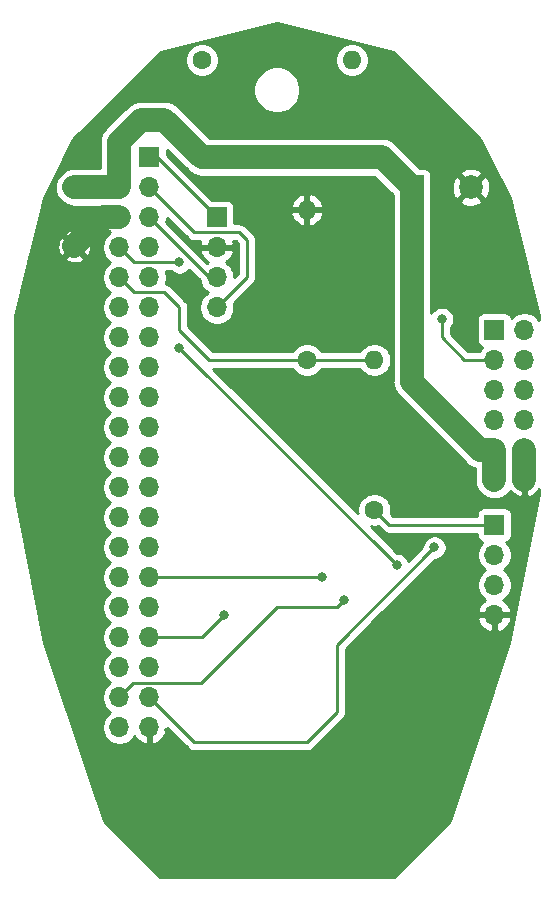
<source format=gbr>
%TF.GenerationSoftware,KiCad,Pcbnew,(5.1.12)-1*%
%TF.CreationDate,2022-06-03T18:51:51+02:00*%
%TF.ProjectId,pypilot-dome,70797069-6c6f-4742-9d64-6f6d652e6b69,rev?*%
%TF.SameCoordinates,Original*%
%TF.FileFunction,Copper,L1,Top*%
%TF.FilePolarity,Positive*%
%FSLAX46Y46*%
G04 Gerber Fmt 4.6, Leading zero omitted, Abs format (unit mm)*
G04 Created by KiCad (PCBNEW (5.1.12)-1) date 2022-06-03 18:51:51*
%MOMM*%
%LPD*%
G01*
G04 APERTURE LIST*
%TA.AperFunction,ComponentPad*%
%ADD10O,1.600000X1.600000*%
%TD*%
%TA.AperFunction,ComponentPad*%
%ADD11C,1.600000*%
%TD*%
%TA.AperFunction,ComponentPad*%
%ADD12O,1.700000X1.700000*%
%TD*%
%TA.AperFunction,ComponentPad*%
%ADD13R,1.700000X1.700000*%
%TD*%
%TA.AperFunction,ComponentPad*%
%ADD14C,2.000000*%
%TD*%
%TA.AperFunction,ComponentPad*%
%ADD15R,2.000000X2.000000*%
%TD*%
%TA.AperFunction,ViaPad*%
%ADD16C,0.800000*%
%TD*%
%TA.AperFunction,Conductor*%
%ADD17C,2.000000*%
%TD*%
%TA.AperFunction,Conductor*%
%ADD18C,0.250000*%
%TD*%
%TA.AperFunction,Conductor*%
%ADD19C,0.254000*%
%TD*%
%TA.AperFunction,Conductor*%
%ADD20C,0.100000*%
%TD*%
G04 APERTURE END LIST*
D10*
%TO.P,R8,2*%
%TO.N,GND*%
X104140000Y-29210000D03*
D11*
%TO.P,R8,1*%
%TO.N,Net-(J10-Pad10)*%
X104140000Y-41910000D03*
%TD*%
D10*
%TO.P,R7,2*%
%TO.N,Net-(J10-Pad10)*%
X109855000Y-41910000D03*
D11*
%TO.P,R7,1*%
%TO.N,Net-(A3-Pad1)*%
X109855000Y-54610000D03*
%TD*%
D12*
%TO.P,J10,40*%
%TO.N,StandBy*%
X88265000Y-73025000D03*
%TO.P,J10,39*%
%TO.N,GND*%
X90805000Y-73025000D03*
%TO.P,J10,38*%
%TO.N,Buzzer*%
X88265000Y-70485000D03*
%TO.P,J10,37*%
%TO.N,AUTO*%
X90805000Y-70485000D03*
%TO.P,J10,36*%
%TO.N,Net-(J10-Pad36)*%
X88265000Y-67945000D03*
%TO.P,J10,35*%
%TO.N,LED*%
X90805000Y-67945000D03*
%TO.P,J10,34*%
%TO.N,Net-(J10-Pad34)*%
X88265000Y-65405000D03*
%TO.P,J10,33*%
%TO.N,+1*%
X90805000Y-65405000D03*
%TO.P,J10,32*%
%TO.N,+10*%
X88265000Y-62865000D03*
%TO.P,J10,31*%
%TO.N,-10*%
X90805000Y-62865000D03*
%TO.P,J10,30*%
%TO.N,Net-(J10-Pad30)*%
X88265000Y-60325000D03*
%TO.P,J10,29*%
%TO.N,-1*%
X90805000Y-60325000D03*
%TO.P,J10,28*%
%TO.N,Net-(J10-Pad28)*%
X88265000Y-57785000D03*
%TO.P,J10,27*%
%TO.N,Net-(J10-Pad27)*%
X90805000Y-57785000D03*
%TO.P,J10,26*%
%TO.N,Net-(J10-Pad26)*%
X88265000Y-55245000D03*
%TO.P,J10,25*%
%TO.N,Net-(J10-Pad25)*%
X90805000Y-55245000D03*
%TO.P,J10,24*%
%TO.N,Net-(J10-Pad24)*%
X88265000Y-52705000D03*
%TO.P,J10,23*%
%TO.N,Net-(J10-Pad23)*%
X90805000Y-52705000D03*
%TO.P,J10,22*%
%TO.N,Net-(J10-Pad22)*%
X88265000Y-50165000D03*
%TO.P,J10,21*%
%TO.N,Net-(J10-Pad21)*%
X90805000Y-50165000D03*
%TO.P,J10,20*%
%TO.N,Net-(J10-Pad20)*%
X88265000Y-47625000D03*
%TO.P,J10,19*%
%TO.N,Net-(J10-Pad19)*%
X90805000Y-47625000D03*
%TO.P,J10,18*%
%TO.N,Net-(J10-Pad18)*%
X88265000Y-45085000D03*
%TO.P,J10,17*%
%TO.N,Net-(J10-Pad17)*%
X90805000Y-45085000D03*
%TO.P,J10,16*%
%TO.N,Net-(J10-Pad16)*%
X88265000Y-42545000D03*
%TO.P,J10,15*%
%TO.N,Net-(J10-Pad15)*%
X90805000Y-42545000D03*
%TO.P,J10,14*%
%TO.N,Net-(J10-Pad14)*%
X88265000Y-40005000D03*
%TO.P,J10,13*%
%TO.N,Net-(J10-Pad13)*%
X90805000Y-40005000D03*
%TO.P,J10,12*%
%TO.N,Net-(J10-Pad12)*%
X88265000Y-37465000D03*
%TO.P,J10,11*%
%TO.N,Net-(J10-Pad11)*%
X90805000Y-37465000D03*
%TO.P,J10,10*%
%TO.N,Net-(J10-Pad10)*%
X88265000Y-34925000D03*
%TO.P,J10,9*%
%TO.N,Net-(J10-Pad9)*%
X90805000Y-34925000D03*
%TO.P,J10,8*%
%TO.N,Net-(A3-Pad2)*%
X88265000Y-32385000D03*
%TO.P,J10,7*%
%TO.N,Net-(J10-Pad7)*%
X90805000Y-32385000D03*
%TO.P,J10,6*%
%TO.N,GND*%
X88265000Y-29845000D03*
%TO.P,J10,5*%
%TO.N,Net-(A2-Pad3)*%
X90805000Y-29845000D03*
%TO.P,J10,4*%
%TO.N,+5V*%
X88265000Y-27305000D03*
%TO.P,J10,3*%
%TO.N,Net-(A2-Pad4)*%
X90805000Y-27305000D03*
%TO.P,J10,2*%
%TO.N,+5V*%
X88265000Y-24765000D03*
D13*
%TO.P,J10,1*%
%TO.N,Net-(A2-Pad1)*%
X90805000Y-24765000D03*
%TD*%
D12*
%TO.P,J6,4*%
%TO.N,GND*%
X120015000Y-63500000D03*
%TO.P,J6,3*%
%TO.N,Net-(J6-Pad3)*%
X120015000Y-60960000D03*
%TO.P,J6,2*%
%TO.N,Net-(A3-Pad2)*%
X120015000Y-58420000D03*
D13*
%TO.P,J6,1*%
%TO.N,Net-(A3-Pad1)*%
X120015000Y-55880000D03*
%TD*%
D12*
%TO.P,J3,12*%
%TO.N,GND*%
X122555000Y-52070000D03*
%TO.P,J3,11*%
%TO.N,+5V*%
X120015000Y-52070000D03*
%TO.P,J3,10*%
%TO.N,GND*%
X122555000Y-49530000D03*
%TO.P,J3,9*%
%TO.N,+5V*%
X120015000Y-49530000D03*
%TO.P,J3,8*%
%TO.N,Buzzer*%
X122555000Y-46990000D03*
%TO.P,J3,7*%
%TO.N,-1*%
X120015000Y-46990000D03*
%TO.P,J3,6*%
%TO.N,AUTO*%
X122555000Y-44450000D03*
%TO.P,J3,5*%
%TO.N,+1*%
X120015000Y-44450000D03*
%TO.P,J3,4*%
%TO.N,StandBy*%
X122555000Y-41910000D03*
%TO.P,J3,3*%
%TO.N,+10*%
X120015000Y-41910000D03*
%TO.P,J3,2*%
%TO.N,-10*%
X122555000Y-39370000D03*
D13*
%TO.P,J3,1*%
%TO.N,LED*%
X120015000Y-39370000D03*
%TD*%
D14*
%TO.P,C6,2*%
%TO.N,GND*%
X118030000Y-27305000D03*
D15*
%TO.P,C6,1*%
%TO.N,+5V*%
X113030000Y-27305000D03*
%TD*%
D11*
%TO.P,C5,2*%
%TO.N,GND*%
X84455000Y-32305000D03*
%TO.P,C5,1*%
%TO.N,+5V*%
X84455000Y-27305000D03*
%TD*%
D12*
%TO.P,A2,4*%
%TO.N,Net-(A2-Pad4)*%
X96520000Y-37465000D03*
%TO.P,A2,3*%
%TO.N,Net-(A2-Pad3)*%
X96520000Y-34925000D03*
%TO.P,A2,2*%
%TO.N,GND*%
X96520000Y-32385000D03*
D13*
%TO.P,A2,1*%
%TO.N,Net-(A2-Pad1)*%
X96520000Y-29845000D03*
%TD*%
D11*
%TO.P,R10,1*%
%TO.N,Net-(D2-Pad1)*%
X95250000Y-16510000D03*
D10*
%TO.P,R10,2*%
%TO.N,/MOTORB*%
X107950000Y-16510000D03*
%TD*%
D16*
%TO.N,Net-(A3-Pad2)*%
X93345000Y-33655000D03*
X93345000Y-40879998D03*
X111760000Y-59294998D03*
%TO.N,Buzzer*%
X107315000Y-62230000D03*
%TO.N,-1*%
X105410000Y-60325000D03*
%TO.N,AUTO*%
X114935000Y-57785000D03*
%TO.N,+1*%
X97155000Y-63500000D03*
%TO.N,+10*%
X115570000Y-38465003D03*
%TD*%
D17*
%TO.N,GND*%
X122555000Y-49530000D02*
X122555000Y-52070000D01*
X86915000Y-29845000D02*
X84455000Y-32305000D01*
X88265000Y-29845000D02*
X86915000Y-29845000D01*
%TO.N,+5V*%
X120015000Y-52070000D02*
X120015000Y-49530000D01*
X113030000Y-43747081D02*
X113030000Y-27305000D01*
X118812919Y-49530000D02*
X113030000Y-43747081D01*
X120015000Y-49530000D02*
X118812919Y-49530000D01*
X113030000Y-27305000D02*
X110490000Y-24765000D01*
X110490000Y-24765000D02*
X95250000Y-24765000D01*
X88265000Y-24765000D02*
X88265000Y-27305000D01*
X90119998Y-21590000D02*
X92075000Y-21590000D01*
X88265000Y-23444998D02*
X90119998Y-21590000D01*
X88265000Y-24765000D02*
X88265000Y-23444998D01*
X92075000Y-21590000D02*
X95250000Y-24765000D01*
X88265000Y-27305000D02*
X84455000Y-27305000D01*
D18*
%TO.N,Net-(A2-Pad4)*%
X90805000Y-27305000D02*
X94615000Y-31115000D01*
X94615000Y-31115000D02*
X98425000Y-31115000D01*
X98425000Y-31115000D02*
X99060000Y-31750000D01*
X99060000Y-34925000D02*
X96520000Y-37465000D01*
X99060000Y-31750000D02*
X99060000Y-34925000D01*
%TO.N,Net-(A2-Pad3)*%
X95885000Y-34925000D02*
X96520000Y-34925000D01*
X90805000Y-29845000D02*
X95885000Y-34925000D01*
%TO.N,Net-(A2-Pad1)*%
X91440000Y-24765000D02*
X96520000Y-29845000D01*
X90805000Y-24765000D02*
X91440000Y-24765000D01*
%TO.N,Net-(A3-Pad2)*%
X88265000Y-32385000D02*
X89535000Y-33655000D01*
X89535000Y-33655000D02*
X93345000Y-33655000D01*
X93345000Y-40879998D02*
X111760000Y-59294998D01*
%TO.N,Net-(A3-Pad1)*%
X109855000Y-54610000D02*
X111125000Y-55880000D01*
X111125000Y-55880000D02*
X120015000Y-55880000D01*
%TO.N,Buzzer*%
X107315000Y-62230000D02*
X106680000Y-62865000D01*
X106680000Y-62865000D02*
X101600000Y-62865000D01*
X89440001Y-69309999D02*
X88265000Y-70485000D01*
X95155001Y-69309999D02*
X89440001Y-69309999D01*
X101600000Y-62865000D02*
X95155001Y-69309999D01*
%TO.N,-1*%
X105410000Y-60325000D02*
X90805000Y-60325000D01*
%TO.N,AUTO*%
X106680000Y-66040000D02*
X106680000Y-71755000D01*
X106680000Y-71755000D02*
X104140000Y-74295000D01*
X94615000Y-74295000D02*
X90805000Y-70485000D01*
X104140000Y-74295000D02*
X94615000Y-74295000D01*
X106680000Y-66040000D02*
X114935000Y-57785000D01*
%TO.N,+1*%
X95250000Y-65405000D02*
X90805000Y-65405000D01*
X97155000Y-63500000D02*
X95250000Y-65405000D01*
%TO.N,+10*%
X120015000Y-41910000D02*
X117475000Y-41910000D01*
X115570000Y-40005000D02*
X115570000Y-38465003D01*
X117475000Y-41910000D02*
X115570000Y-40005000D01*
%TO.N,Net-(J10-Pad10)*%
X89535000Y-36195000D02*
X88265000Y-34925000D01*
X92075000Y-36195000D02*
X89535000Y-36195000D01*
X93345000Y-37465000D02*
X92075000Y-36195000D01*
X93345000Y-39370000D02*
X93345000Y-37465000D01*
X94615000Y-40640000D02*
X93345000Y-39370000D01*
X109855000Y-41910000D02*
X106680000Y-41910000D01*
X106680000Y-41910000D02*
X104140000Y-41910000D01*
X104140000Y-41910000D02*
X95885000Y-41910000D01*
X95885000Y-41910000D02*
X93345000Y-39370000D01*
%TD*%
D19*
%TO.N,GND*%
X111422576Y-15835956D02*
X118837577Y-23250958D01*
X121297279Y-28170364D01*
X123800000Y-38181252D01*
X123800000Y-38560345D01*
X123708475Y-38423368D01*
X123501632Y-38216525D01*
X123258411Y-38054010D01*
X122988158Y-37942068D01*
X122701260Y-37885000D01*
X122408740Y-37885000D01*
X122121842Y-37942068D01*
X121851589Y-38054010D01*
X121608368Y-38216525D01*
X121476513Y-38348380D01*
X121454502Y-38275820D01*
X121395537Y-38165506D01*
X121316185Y-38068815D01*
X121219494Y-37989463D01*
X121109180Y-37930498D01*
X120989482Y-37894188D01*
X120865000Y-37881928D01*
X119165000Y-37881928D01*
X119040518Y-37894188D01*
X118920820Y-37930498D01*
X118810506Y-37989463D01*
X118713815Y-38068815D01*
X118634463Y-38165506D01*
X118575498Y-38275820D01*
X118539188Y-38395518D01*
X118526928Y-38520000D01*
X118526928Y-40220000D01*
X118539188Y-40344482D01*
X118575498Y-40464180D01*
X118634463Y-40574494D01*
X118713815Y-40671185D01*
X118810506Y-40750537D01*
X118920820Y-40809502D01*
X118993380Y-40831513D01*
X118861525Y-40963368D01*
X118736822Y-41150000D01*
X117789802Y-41150000D01*
X116330000Y-39690199D01*
X116330000Y-39168714D01*
X116373937Y-39124777D01*
X116487205Y-38955259D01*
X116565226Y-38766901D01*
X116605000Y-38566942D01*
X116605000Y-38363064D01*
X116565226Y-38163105D01*
X116487205Y-37974747D01*
X116373937Y-37805229D01*
X116229774Y-37661066D01*
X116060256Y-37547798D01*
X115871898Y-37469777D01*
X115671939Y-37430003D01*
X115468061Y-37430003D01*
X115268102Y-37469777D01*
X115079744Y-37547798D01*
X114910226Y-37661066D01*
X114766063Y-37805229D01*
X114665000Y-37956481D01*
X114665000Y-28440413D01*
X117074192Y-28440413D01*
X117169956Y-28704814D01*
X117459571Y-28845704D01*
X117771108Y-28927384D01*
X118092595Y-28946718D01*
X118411675Y-28902961D01*
X118716088Y-28797795D01*
X118890044Y-28704814D01*
X118985808Y-28440413D01*
X118030000Y-27484605D01*
X117074192Y-28440413D01*
X114665000Y-28440413D01*
X114665000Y-28336192D01*
X114668072Y-28305000D01*
X114668072Y-27367595D01*
X116388282Y-27367595D01*
X116432039Y-27686675D01*
X116537205Y-27991088D01*
X116630186Y-28165044D01*
X116894587Y-28260808D01*
X117850395Y-27305000D01*
X118209605Y-27305000D01*
X119165413Y-28260808D01*
X119429814Y-28165044D01*
X119570704Y-27875429D01*
X119652384Y-27563892D01*
X119671718Y-27242405D01*
X119627961Y-26923325D01*
X119522795Y-26618912D01*
X119429814Y-26444956D01*
X119165413Y-26349192D01*
X118209605Y-27305000D01*
X117850395Y-27305000D01*
X116894587Y-26349192D01*
X116630186Y-26444956D01*
X116489296Y-26734571D01*
X116407616Y-27046108D01*
X116388282Y-27367595D01*
X114668072Y-27367595D01*
X114668072Y-27354129D01*
X114672911Y-27304999D01*
X114668072Y-27255869D01*
X114668072Y-26305000D01*
X114655812Y-26180518D01*
X114652497Y-26169587D01*
X117074192Y-26169587D01*
X118030000Y-27125395D01*
X118985808Y-26169587D01*
X118890044Y-25905186D01*
X118600429Y-25764296D01*
X118288892Y-25682616D01*
X117967405Y-25663282D01*
X117648325Y-25707039D01*
X117343912Y-25812205D01*
X117169956Y-25905186D01*
X117074192Y-26169587D01*
X114652497Y-26169587D01*
X114619502Y-26060820D01*
X114560537Y-25950506D01*
X114481185Y-25853815D01*
X114384494Y-25774463D01*
X114274180Y-25715498D01*
X114154482Y-25679188D01*
X114030000Y-25666928D01*
X113704167Y-25666928D01*
X111702925Y-23665687D01*
X111651714Y-23603286D01*
X111402752Y-23398969D01*
X111118715Y-23247148D01*
X110810516Y-23153657D01*
X110570322Y-23130000D01*
X110570319Y-23130000D01*
X110490000Y-23122089D01*
X110409681Y-23130000D01*
X95927239Y-23130000D01*
X93287925Y-20490687D01*
X93236714Y-20428286D01*
X92987752Y-20223969D01*
X92703715Y-20072148D01*
X92395516Y-19978657D01*
X92155322Y-19955000D01*
X92155319Y-19955000D01*
X92075000Y-19947089D01*
X91994681Y-19955000D01*
X90200317Y-19955000D01*
X90119997Y-19947089D01*
X90039678Y-19955000D01*
X90039676Y-19955000D01*
X89799482Y-19978657D01*
X89491283Y-20072148D01*
X89207246Y-20223969D01*
X88958284Y-20428286D01*
X88907077Y-20490682D01*
X87165682Y-22232078D01*
X87103287Y-22283284D01*
X86963688Y-22453387D01*
X86898970Y-22532246D01*
X86747148Y-22816284D01*
X86733887Y-22860000D01*
X86653657Y-23124482D01*
X86630000Y-23364676D01*
X86622089Y-23444998D01*
X86630000Y-23525317D01*
X86630000Y-25670000D01*
X84374678Y-25670000D01*
X84134484Y-25693657D01*
X83826285Y-25787148D01*
X83542248Y-25938969D01*
X83293286Y-26143286D01*
X83088969Y-26392248D01*
X82937148Y-26676285D01*
X82843657Y-26984484D01*
X82812089Y-27305000D01*
X82843657Y-27625516D01*
X82937148Y-27933715D01*
X83088969Y-28217752D01*
X83293286Y-28466714D01*
X83542248Y-28671031D01*
X83826285Y-28822852D01*
X84134484Y-28916343D01*
X84374678Y-28940000D01*
X87096352Y-28940000D01*
X86993359Y-29078080D01*
X86868175Y-29340901D01*
X86823524Y-29488110D01*
X86944845Y-29718000D01*
X88138000Y-29718000D01*
X88138000Y-29698000D01*
X88392000Y-29698000D01*
X88392000Y-29718000D01*
X88412000Y-29718000D01*
X88412000Y-29972000D01*
X88392000Y-29972000D01*
X88392000Y-29992000D01*
X88138000Y-29992000D01*
X88138000Y-29972000D01*
X86944845Y-29972000D01*
X86823524Y-30201890D01*
X86868175Y-30349099D01*
X86993359Y-30611920D01*
X87167412Y-30845269D01*
X87383645Y-31040178D01*
X87500534Y-31109805D01*
X87318368Y-31231525D01*
X87111525Y-31438368D01*
X86949010Y-31681589D01*
X86837068Y-31951842D01*
X86780000Y-32238740D01*
X86780000Y-32531260D01*
X86837068Y-32818158D01*
X86949010Y-33088411D01*
X87111525Y-33331632D01*
X87318368Y-33538475D01*
X87492760Y-33655000D01*
X87318368Y-33771525D01*
X87111525Y-33978368D01*
X86949010Y-34221589D01*
X86837068Y-34491842D01*
X86780000Y-34778740D01*
X86780000Y-35071260D01*
X86837068Y-35358158D01*
X86949010Y-35628411D01*
X87111525Y-35871632D01*
X87318368Y-36078475D01*
X87492760Y-36195000D01*
X87318368Y-36311525D01*
X87111525Y-36518368D01*
X86949010Y-36761589D01*
X86837068Y-37031842D01*
X86780000Y-37318740D01*
X86780000Y-37611260D01*
X86837068Y-37898158D01*
X86949010Y-38168411D01*
X87111525Y-38411632D01*
X87318368Y-38618475D01*
X87492760Y-38735000D01*
X87318368Y-38851525D01*
X87111525Y-39058368D01*
X86949010Y-39301589D01*
X86837068Y-39571842D01*
X86780000Y-39858740D01*
X86780000Y-40151260D01*
X86837068Y-40438158D01*
X86949010Y-40708411D01*
X87111525Y-40951632D01*
X87318368Y-41158475D01*
X87492760Y-41275000D01*
X87318368Y-41391525D01*
X87111525Y-41598368D01*
X86949010Y-41841589D01*
X86837068Y-42111842D01*
X86780000Y-42398740D01*
X86780000Y-42691260D01*
X86837068Y-42978158D01*
X86949010Y-43248411D01*
X87111525Y-43491632D01*
X87318368Y-43698475D01*
X87492760Y-43815000D01*
X87318368Y-43931525D01*
X87111525Y-44138368D01*
X86949010Y-44381589D01*
X86837068Y-44651842D01*
X86780000Y-44938740D01*
X86780000Y-45231260D01*
X86837068Y-45518158D01*
X86949010Y-45788411D01*
X87111525Y-46031632D01*
X87318368Y-46238475D01*
X87492760Y-46355000D01*
X87318368Y-46471525D01*
X87111525Y-46678368D01*
X86949010Y-46921589D01*
X86837068Y-47191842D01*
X86780000Y-47478740D01*
X86780000Y-47771260D01*
X86837068Y-48058158D01*
X86949010Y-48328411D01*
X87111525Y-48571632D01*
X87318368Y-48778475D01*
X87492760Y-48895000D01*
X87318368Y-49011525D01*
X87111525Y-49218368D01*
X86949010Y-49461589D01*
X86837068Y-49731842D01*
X86780000Y-50018740D01*
X86780000Y-50311260D01*
X86837068Y-50598158D01*
X86949010Y-50868411D01*
X87111525Y-51111632D01*
X87318368Y-51318475D01*
X87492760Y-51435000D01*
X87318368Y-51551525D01*
X87111525Y-51758368D01*
X86949010Y-52001589D01*
X86837068Y-52271842D01*
X86780000Y-52558740D01*
X86780000Y-52851260D01*
X86837068Y-53138158D01*
X86949010Y-53408411D01*
X87111525Y-53651632D01*
X87318368Y-53858475D01*
X87492760Y-53975000D01*
X87318368Y-54091525D01*
X87111525Y-54298368D01*
X86949010Y-54541589D01*
X86837068Y-54811842D01*
X86780000Y-55098740D01*
X86780000Y-55391260D01*
X86837068Y-55678158D01*
X86949010Y-55948411D01*
X87111525Y-56191632D01*
X87318368Y-56398475D01*
X87492760Y-56515000D01*
X87318368Y-56631525D01*
X87111525Y-56838368D01*
X86949010Y-57081589D01*
X86837068Y-57351842D01*
X86780000Y-57638740D01*
X86780000Y-57931260D01*
X86837068Y-58218158D01*
X86949010Y-58488411D01*
X87111525Y-58731632D01*
X87318368Y-58938475D01*
X87492760Y-59055000D01*
X87318368Y-59171525D01*
X87111525Y-59378368D01*
X86949010Y-59621589D01*
X86837068Y-59891842D01*
X86780000Y-60178740D01*
X86780000Y-60471260D01*
X86837068Y-60758158D01*
X86949010Y-61028411D01*
X87111525Y-61271632D01*
X87318368Y-61478475D01*
X87492760Y-61595000D01*
X87318368Y-61711525D01*
X87111525Y-61918368D01*
X86949010Y-62161589D01*
X86837068Y-62431842D01*
X86780000Y-62718740D01*
X86780000Y-63011260D01*
X86837068Y-63298158D01*
X86949010Y-63568411D01*
X87111525Y-63811632D01*
X87318368Y-64018475D01*
X87492760Y-64135000D01*
X87318368Y-64251525D01*
X87111525Y-64458368D01*
X86949010Y-64701589D01*
X86837068Y-64971842D01*
X86780000Y-65258740D01*
X86780000Y-65551260D01*
X86837068Y-65838158D01*
X86949010Y-66108411D01*
X87111525Y-66351632D01*
X87318368Y-66558475D01*
X87492760Y-66675000D01*
X87318368Y-66791525D01*
X87111525Y-66998368D01*
X86949010Y-67241589D01*
X86837068Y-67511842D01*
X86780000Y-67798740D01*
X86780000Y-68091260D01*
X86837068Y-68378158D01*
X86949010Y-68648411D01*
X87111525Y-68891632D01*
X87318368Y-69098475D01*
X87492760Y-69215000D01*
X87318368Y-69331525D01*
X87111525Y-69538368D01*
X86949010Y-69781589D01*
X86837068Y-70051842D01*
X86780000Y-70338740D01*
X86780000Y-70631260D01*
X86837068Y-70918158D01*
X86949010Y-71188411D01*
X87111525Y-71431632D01*
X87318368Y-71638475D01*
X87492760Y-71755000D01*
X87318368Y-71871525D01*
X87111525Y-72078368D01*
X86949010Y-72321589D01*
X86837068Y-72591842D01*
X86780000Y-72878740D01*
X86780000Y-73171260D01*
X86837068Y-73458158D01*
X86949010Y-73728411D01*
X87111525Y-73971632D01*
X87318368Y-74178475D01*
X87561589Y-74340990D01*
X87831842Y-74452932D01*
X88118740Y-74510000D01*
X88411260Y-74510000D01*
X88698158Y-74452932D01*
X88968411Y-74340990D01*
X89211632Y-74178475D01*
X89418475Y-73971632D01*
X89536100Y-73795594D01*
X89707412Y-74025269D01*
X89923645Y-74220178D01*
X90173748Y-74369157D01*
X90448109Y-74466481D01*
X90678000Y-74345814D01*
X90678000Y-73152000D01*
X90658000Y-73152000D01*
X90658000Y-72898000D01*
X90678000Y-72898000D01*
X90678000Y-72878000D01*
X90932000Y-72878000D01*
X90932000Y-72898000D01*
X90952000Y-72898000D01*
X90952000Y-73152000D01*
X90932000Y-73152000D01*
X90932000Y-74345814D01*
X91161891Y-74466481D01*
X91436252Y-74369157D01*
X91686355Y-74220178D01*
X91902588Y-74025269D01*
X92076641Y-73791920D01*
X92201825Y-73529099D01*
X92246476Y-73381890D01*
X92125156Y-73152002D01*
X92290000Y-73152002D01*
X92290000Y-73044801D01*
X94051201Y-74806003D01*
X94074999Y-74835001D01*
X94190724Y-74929974D01*
X94322753Y-75000546D01*
X94466014Y-75044003D01*
X94577667Y-75055000D01*
X94577675Y-75055000D01*
X94615000Y-75058676D01*
X94652325Y-75055000D01*
X104102678Y-75055000D01*
X104140000Y-75058676D01*
X104177322Y-75055000D01*
X104177333Y-75055000D01*
X104288986Y-75044003D01*
X104432247Y-75000546D01*
X104564276Y-74929974D01*
X104680001Y-74835001D01*
X104703804Y-74805997D01*
X107191008Y-72318795D01*
X107220001Y-72295001D01*
X107243795Y-72266008D01*
X107243799Y-72266004D01*
X107314973Y-72179277D01*
X107314974Y-72179276D01*
X107385546Y-72047247D01*
X107429003Y-71903986D01*
X107440000Y-71792333D01*
X107440000Y-71792324D01*
X107443676Y-71755001D01*
X107440000Y-71717678D01*
X107440000Y-66354801D01*
X109937911Y-63856890D01*
X118573524Y-63856890D01*
X118618175Y-64004099D01*
X118743359Y-64266920D01*
X118917412Y-64500269D01*
X119133645Y-64695178D01*
X119383748Y-64844157D01*
X119658109Y-64941481D01*
X119888000Y-64820814D01*
X119888000Y-63627000D01*
X120142000Y-63627000D01*
X120142000Y-64820814D01*
X120371891Y-64941481D01*
X120646252Y-64844157D01*
X120896355Y-64695178D01*
X121112588Y-64500269D01*
X121286641Y-64266920D01*
X121411825Y-64004099D01*
X121456476Y-63856890D01*
X121335155Y-63627000D01*
X120142000Y-63627000D01*
X119888000Y-63627000D01*
X118694845Y-63627000D01*
X118573524Y-63856890D01*
X109937911Y-63856890D01*
X114974802Y-58820000D01*
X115036939Y-58820000D01*
X115236898Y-58780226D01*
X115425256Y-58702205D01*
X115594774Y-58588937D01*
X115738937Y-58444774D01*
X115852205Y-58275256D01*
X115930226Y-58086898D01*
X115970000Y-57886939D01*
X115970000Y-57683061D01*
X115930226Y-57483102D01*
X115852205Y-57294744D01*
X115738937Y-57125226D01*
X115594774Y-56981063D01*
X115425256Y-56867795D01*
X115236898Y-56789774D01*
X115036939Y-56750000D01*
X114833061Y-56750000D01*
X114633102Y-56789774D01*
X114444744Y-56867795D01*
X114275226Y-56981063D01*
X114131063Y-57125226D01*
X114017795Y-57294744D01*
X113939774Y-57483102D01*
X113900000Y-57683061D01*
X113900000Y-57745198D01*
X112725020Y-58920178D01*
X112677205Y-58804742D01*
X112563937Y-58635224D01*
X112419774Y-58491061D01*
X112250256Y-58377793D01*
X112061898Y-58299772D01*
X111861939Y-58259998D01*
X111799802Y-58259998D01*
X109552807Y-56013003D01*
X109713665Y-56045000D01*
X109996335Y-56045000D01*
X110178886Y-56008688D01*
X110561201Y-56391003D01*
X110584999Y-56420001D01*
X110700724Y-56514974D01*
X110832753Y-56585546D01*
X110976014Y-56629003D01*
X111087667Y-56640000D01*
X111087676Y-56640000D01*
X111124999Y-56643676D01*
X111162322Y-56640000D01*
X118526928Y-56640000D01*
X118526928Y-56730000D01*
X118539188Y-56854482D01*
X118575498Y-56974180D01*
X118634463Y-57084494D01*
X118713815Y-57181185D01*
X118810506Y-57260537D01*
X118920820Y-57319502D01*
X118993380Y-57341513D01*
X118861525Y-57473368D01*
X118699010Y-57716589D01*
X118587068Y-57986842D01*
X118530000Y-58273740D01*
X118530000Y-58566260D01*
X118587068Y-58853158D01*
X118699010Y-59123411D01*
X118861525Y-59366632D01*
X119068368Y-59573475D01*
X119242760Y-59690000D01*
X119068368Y-59806525D01*
X118861525Y-60013368D01*
X118699010Y-60256589D01*
X118587068Y-60526842D01*
X118530000Y-60813740D01*
X118530000Y-61106260D01*
X118587068Y-61393158D01*
X118699010Y-61663411D01*
X118861525Y-61906632D01*
X119068368Y-62113475D01*
X119250534Y-62235195D01*
X119133645Y-62304822D01*
X118917412Y-62499731D01*
X118743359Y-62733080D01*
X118618175Y-62995901D01*
X118573524Y-63143110D01*
X118694845Y-63373000D01*
X119888000Y-63373000D01*
X119888000Y-63353000D01*
X120142000Y-63353000D01*
X120142000Y-63373000D01*
X121335155Y-63373000D01*
X121456476Y-63143110D01*
X121411825Y-62995901D01*
X121286641Y-62733080D01*
X121112588Y-62499731D01*
X120896355Y-62304822D01*
X120779466Y-62235195D01*
X120961632Y-62113475D01*
X121168475Y-61906632D01*
X121330990Y-61663411D01*
X121442932Y-61393158D01*
X121500000Y-61106260D01*
X121500000Y-60813740D01*
X121442932Y-60526842D01*
X121330990Y-60256589D01*
X121168475Y-60013368D01*
X120961632Y-59806525D01*
X120787240Y-59690000D01*
X120961632Y-59573475D01*
X121168475Y-59366632D01*
X121330990Y-59123411D01*
X121442932Y-58853158D01*
X121500000Y-58566260D01*
X121500000Y-58273740D01*
X121442932Y-57986842D01*
X121330990Y-57716589D01*
X121168475Y-57473368D01*
X121036620Y-57341513D01*
X121109180Y-57319502D01*
X121219494Y-57260537D01*
X121316185Y-57181185D01*
X121395537Y-57084494D01*
X121454502Y-56974180D01*
X121490812Y-56854482D01*
X121503072Y-56730000D01*
X121503072Y-55030000D01*
X121490812Y-54905518D01*
X121454502Y-54785820D01*
X121395537Y-54675506D01*
X121316185Y-54578815D01*
X121219494Y-54499463D01*
X121109180Y-54440498D01*
X120989482Y-54404188D01*
X120865000Y-54391928D01*
X119165000Y-54391928D01*
X119040518Y-54404188D01*
X118920820Y-54440498D01*
X118810506Y-54499463D01*
X118713815Y-54578815D01*
X118634463Y-54675506D01*
X118575498Y-54785820D01*
X118539188Y-54905518D01*
X118526928Y-55030000D01*
X118526928Y-55120000D01*
X111439802Y-55120000D01*
X111253688Y-54933886D01*
X111290000Y-54751335D01*
X111290000Y-54468665D01*
X111234853Y-54191426D01*
X111126680Y-53930273D01*
X110969637Y-53695241D01*
X110769759Y-53495363D01*
X110534727Y-53338320D01*
X110273574Y-53230147D01*
X109996335Y-53175000D01*
X109713665Y-53175000D01*
X109436426Y-53230147D01*
X109175273Y-53338320D01*
X108940241Y-53495363D01*
X108740363Y-53695241D01*
X108583320Y-53930273D01*
X108475147Y-54191426D01*
X108420000Y-54468665D01*
X108420000Y-54751335D01*
X108451997Y-54912193D01*
X96209803Y-42670000D01*
X102921957Y-42670000D01*
X103025363Y-42824759D01*
X103225241Y-43024637D01*
X103460273Y-43181680D01*
X103721426Y-43289853D01*
X103998665Y-43345000D01*
X104281335Y-43345000D01*
X104558574Y-43289853D01*
X104819727Y-43181680D01*
X105054759Y-43024637D01*
X105254637Y-42824759D01*
X105358043Y-42670000D01*
X108636957Y-42670000D01*
X108740363Y-42824759D01*
X108940241Y-43024637D01*
X109175273Y-43181680D01*
X109436426Y-43289853D01*
X109713665Y-43345000D01*
X109996335Y-43345000D01*
X110273574Y-43289853D01*
X110534727Y-43181680D01*
X110769759Y-43024637D01*
X110969637Y-42824759D01*
X111126680Y-42589727D01*
X111234853Y-42328574D01*
X111290000Y-42051335D01*
X111290000Y-41768665D01*
X111234853Y-41491426D01*
X111126680Y-41230273D01*
X110969637Y-40995241D01*
X110769759Y-40795363D01*
X110534727Y-40638320D01*
X110273574Y-40530147D01*
X109996335Y-40475000D01*
X109713665Y-40475000D01*
X109436426Y-40530147D01*
X109175273Y-40638320D01*
X108940241Y-40795363D01*
X108740363Y-40995241D01*
X108636957Y-41150000D01*
X105358043Y-41150000D01*
X105254637Y-40995241D01*
X105054759Y-40795363D01*
X104819727Y-40638320D01*
X104558574Y-40530147D01*
X104281335Y-40475000D01*
X103998665Y-40475000D01*
X103721426Y-40530147D01*
X103460273Y-40638320D01*
X103225241Y-40795363D01*
X103025363Y-40995241D01*
X102921957Y-41150000D01*
X96199803Y-41150000D01*
X94105000Y-39055199D01*
X94105000Y-37502322D01*
X94108676Y-37464999D01*
X94105000Y-37427676D01*
X94105000Y-37427667D01*
X94094003Y-37316014D01*
X94050546Y-37172753D01*
X93979974Y-37040724D01*
X93885001Y-36924999D01*
X93856003Y-36901201D01*
X92638804Y-35684003D01*
X92615001Y-35654999D01*
X92499276Y-35560026D01*
X92367247Y-35489454D01*
X92223986Y-35445997D01*
X92197624Y-35443400D01*
X92232932Y-35358158D01*
X92290000Y-35071260D01*
X92290000Y-34778740D01*
X92232932Y-34491842D01*
X92201103Y-34415000D01*
X92641289Y-34415000D01*
X92685226Y-34458937D01*
X92854744Y-34572205D01*
X93043102Y-34650226D01*
X93243061Y-34690000D01*
X93446939Y-34690000D01*
X93646898Y-34650226D01*
X93835256Y-34572205D01*
X94004774Y-34458937D01*
X94148937Y-34314774D01*
X94169379Y-34284181D01*
X95054502Y-35169304D01*
X95092068Y-35358158D01*
X95204010Y-35628411D01*
X95366525Y-35871632D01*
X95573368Y-36078475D01*
X95747760Y-36195000D01*
X95573368Y-36311525D01*
X95366525Y-36518368D01*
X95204010Y-36761589D01*
X95092068Y-37031842D01*
X95035000Y-37318740D01*
X95035000Y-37611260D01*
X95092068Y-37898158D01*
X95204010Y-38168411D01*
X95366525Y-38411632D01*
X95573368Y-38618475D01*
X95816589Y-38780990D01*
X96086842Y-38892932D01*
X96373740Y-38950000D01*
X96666260Y-38950000D01*
X96953158Y-38892932D01*
X97223411Y-38780990D01*
X97466632Y-38618475D01*
X97673475Y-38411632D01*
X97835990Y-38168411D01*
X97947932Y-37898158D01*
X98005000Y-37611260D01*
X98005000Y-37318740D01*
X97961210Y-37098592D01*
X99571008Y-35488795D01*
X99600001Y-35465001D01*
X99623795Y-35436008D01*
X99623799Y-35436004D01*
X99694973Y-35349277D01*
X99694974Y-35349276D01*
X99765546Y-35217247D01*
X99809003Y-35073986D01*
X99820000Y-34962333D01*
X99820000Y-34962324D01*
X99823676Y-34925001D01*
X99820000Y-34887678D01*
X99820000Y-31787333D01*
X99823677Y-31750000D01*
X99809003Y-31601014D01*
X99765546Y-31457753D01*
X99694974Y-31325724D01*
X99623799Y-31238997D01*
X99600001Y-31209999D01*
X99571004Y-31186202D01*
X98988803Y-30604002D01*
X98965001Y-30574999D01*
X98849276Y-30480026D01*
X98717247Y-30409454D01*
X98573986Y-30365997D01*
X98462333Y-30355000D01*
X98462322Y-30355000D01*
X98425000Y-30351324D01*
X98387678Y-30355000D01*
X98008072Y-30355000D01*
X98008072Y-29559040D01*
X102748091Y-29559040D01*
X102842930Y-29823881D01*
X102987615Y-30065131D01*
X103176586Y-30273519D01*
X103402580Y-30441037D01*
X103656913Y-30561246D01*
X103790961Y-30601904D01*
X104013000Y-30479915D01*
X104013000Y-29337000D01*
X104267000Y-29337000D01*
X104267000Y-30479915D01*
X104489039Y-30601904D01*
X104623087Y-30561246D01*
X104877420Y-30441037D01*
X105103414Y-30273519D01*
X105292385Y-30065131D01*
X105437070Y-29823881D01*
X105531909Y-29559040D01*
X105410624Y-29337000D01*
X104267000Y-29337000D01*
X104013000Y-29337000D01*
X102869376Y-29337000D01*
X102748091Y-29559040D01*
X98008072Y-29559040D01*
X98008072Y-28995000D01*
X97995812Y-28870518D01*
X97992913Y-28860960D01*
X102748091Y-28860960D01*
X102869376Y-29083000D01*
X104013000Y-29083000D01*
X104013000Y-27940085D01*
X104267000Y-27940085D01*
X104267000Y-29083000D01*
X105410624Y-29083000D01*
X105531909Y-28860960D01*
X105437070Y-28596119D01*
X105292385Y-28354869D01*
X105103414Y-28146481D01*
X104877420Y-27978963D01*
X104623087Y-27858754D01*
X104489039Y-27818096D01*
X104267000Y-27940085D01*
X104013000Y-27940085D01*
X103790961Y-27818096D01*
X103656913Y-27858754D01*
X103402580Y-27978963D01*
X103176586Y-28146481D01*
X102987615Y-28354869D01*
X102842930Y-28596119D01*
X102748091Y-28860960D01*
X97992913Y-28860960D01*
X97959502Y-28750820D01*
X97900537Y-28640506D01*
X97821185Y-28543815D01*
X97724494Y-28464463D01*
X97614180Y-28405498D01*
X97494482Y-28369188D01*
X97370000Y-28356928D01*
X96106730Y-28356928D01*
X92293072Y-24543271D01*
X92293072Y-24120310D01*
X94037080Y-25864319D01*
X94088286Y-25926714D01*
X94337248Y-26131031D01*
X94621285Y-26282852D01*
X94929484Y-26376343D01*
X95169678Y-26400000D01*
X95169680Y-26400000D01*
X95249999Y-26407911D01*
X95330319Y-26400000D01*
X109812762Y-26400000D01*
X111391928Y-27979167D01*
X111391928Y-28305000D01*
X111395001Y-28336201D01*
X111395000Y-43666762D01*
X111387089Y-43747081D01*
X111395000Y-43827400D01*
X111395000Y-43827402D01*
X111418657Y-44067596D01*
X111512148Y-44375795D01*
X111663969Y-44659832D01*
X111868286Y-44908795D01*
X111930687Y-44960006D01*
X117599999Y-50629319D01*
X117651205Y-50691714D01*
X117900167Y-50896031D01*
X118184204Y-51047852D01*
X118380000Y-51107246D01*
X118380000Y-52150321D01*
X118403657Y-52390515D01*
X118497148Y-52698714D01*
X118648969Y-52982751D01*
X118853286Y-53231714D01*
X119102248Y-53436031D01*
X119386285Y-53587852D01*
X119694484Y-53681343D01*
X120015000Y-53712911D01*
X120335515Y-53681343D01*
X120643714Y-53587852D01*
X120927751Y-53436031D01*
X121176714Y-53231714D01*
X121381031Y-52982752D01*
X121385666Y-52974081D01*
X121457412Y-53070269D01*
X121673645Y-53265178D01*
X121923748Y-53414157D01*
X122198109Y-53511481D01*
X122428000Y-53390814D01*
X122428000Y-52197000D01*
X122408000Y-52197000D01*
X122408000Y-51943000D01*
X122428000Y-51943000D01*
X122428000Y-49657000D01*
X122408000Y-49657000D01*
X122408000Y-49403000D01*
X122428000Y-49403000D01*
X122428000Y-49383000D01*
X122682000Y-49383000D01*
X122682000Y-49403000D01*
X122702000Y-49403000D01*
X122702000Y-49657000D01*
X122682000Y-49657000D01*
X122682000Y-51943000D01*
X122702000Y-51943000D01*
X122702000Y-52197000D01*
X122682000Y-52197000D01*
X122682000Y-53390814D01*
X122911891Y-53511481D01*
X123186252Y-53414157D01*
X123436355Y-53265178D01*
X123652588Y-53070269D01*
X123800001Y-52872636D01*
X123800001Y-53274639D01*
X121280877Y-65870263D01*
X116263140Y-80923479D01*
X111486620Y-85700000D01*
X91713381Y-85700000D01*
X86936860Y-80923480D01*
X81919125Y-65870273D01*
X79400000Y-53274649D01*
X79400000Y-38181248D01*
X80620885Y-33297702D01*
X83641903Y-33297702D01*
X83713486Y-33541671D01*
X83968996Y-33662571D01*
X84243184Y-33731300D01*
X84525512Y-33745217D01*
X84805130Y-33703787D01*
X85071292Y-33608603D01*
X85196514Y-33541671D01*
X85268097Y-33297702D01*
X84455000Y-32484605D01*
X83641903Y-33297702D01*
X80620885Y-33297702D01*
X80851433Y-32375512D01*
X83014783Y-32375512D01*
X83056213Y-32655130D01*
X83151397Y-32921292D01*
X83218329Y-33046514D01*
X83462298Y-33118097D01*
X84275395Y-32305000D01*
X84634605Y-32305000D01*
X85447702Y-33118097D01*
X85691671Y-33046514D01*
X85812571Y-32791004D01*
X85881300Y-32516816D01*
X85895217Y-32234488D01*
X85853787Y-31954870D01*
X85758603Y-31688708D01*
X85691671Y-31563486D01*
X85447702Y-31491903D01*
X84634605Y-32305000D01*
X84275395Y-32305000D01*
X83462298Y-31491903D01*
X83218329Y-31563486D01*
X83097429Y-31818996D01*
X83028700Y-32093184D01*
X83014783Y-32375512D01*
X80851433Y-32375512D01*
X81117236Y-31312298D01*
X83641903Y-31312298D01*
X84455000Y-32125395D01*
X85268097Y-31312298D01*
X85196514Y-31068329D01*
X84941004Y-30947429D01*
X84666816Y-30878700D01*
X84384488Y-30864783D01*
X84104870Y-30906213D01*
X83838708Y-31001397D01*
X83713486Y-31068329D01*
X83641903Y-31312298D01*
X81117236Y-31312298D01*
X81902722Y-28170359D01*
X84362425Y-23250955D01*
X88758885Y-18854495D01*
X99615000Y-18854495D01*
X99615000Y-19245505D01*
X99691282Y-19629003D01*
X99840915Y-19990250D01*
X100058149Y-20315364D01*
X100334636Y-20591851D01*
X100659750Y-20809085D01*
X101020997Y-20958718D01*
X101404495Y-21035000D01*
X101795505Y-21035000D01*
X102179003Y-20958718D01*
X102540250Y-20809085D01*
X102865364Y-20591851D01*
X103141851Y-20315364D01*
X103359085Y-19990250D01*
X103508718Y-19629003D01*
X103585000Y-19245505D01*
X103585000Y-18854495D01*
X103508718Y-18470997D01*
X103359085Y-18109750D01*
X103141851Y-17784636D01*
X102865364Y-17508149D01*
X102540250Y-17290915D01*
X102179003Y-17141282D01*
X101795505Y-17065000D01*
X101404495Y-17065000D01*
X101020997Y-17141282D01*
X100659750Y-17290915D01*
X100334636Y-17508149D01*
X100058149Y-17784636D01*
X99840915Y-18109750D01*
X99691282Y-18470997D01*
X99615000Y-18854495D01*
X88758885Y-18854495D01*
X91244715Y-16368665D01*
X93815000Y-16368665D01*
X93815000Y-16651335D01*
X93870147Y-16928574D01*
X93978320Y-17189727D01*
X94135363Y-17424759D01*
X94335241Y-17624637D01*
X94570273Y-17781680D01*
X94831426Y-17889853D01*
X95108665Y-17945000D01*
X95391335Y-17945000D01*
X95668574Y-17889853D01*
X95929727Y-17781680D01*
X96164759Y-17624637D01*
X96364637Y-17424759D01*
X96521680Y-17189727D01*
X96629853Y-16928574D01*
X96685000Y-16651335D01*
X96685000Y-16368665D01*
X106515000Y-16368665D01*
X106515000Y-16651335D01*
X106570147Y-16928574D01*
X106678320Y-17189727D01*
X106835363Y-17424759D01*
X107035241Y-17624637D01*
X107270273Y-17781680D01*
X107531426Y-17889853D01*
X107808665Y-17945000D01*
X108091335Y-17945000D01*
X108368574Y-17889853D01*
X108629727Y-17781680D01*
X108864759Y-17624637D01*
X109064637Y-17424759D01*
X109221680Y-17189727D01*
X109329853Y-16928574D01*
X109385000Y-16651335D01*
X109385000Y-16368665D01*
X109329853Y-16091426D01*
X109221680Y-15830273D01*
X109064637Y-15595241D01*
X108864759Y-15395363D01*
X108629727Y-15238320D01*
X108368574Y-15130147D01*
X108091335Y-15075000D01*
X107808665Y-15075000D01*
X107531426Y-15130147D01*
X107270273Y-15238320D01*
X107035241Y-15395363D01*
X106835363Y-15595241D01*
X106678320Y-15830273D01*
X106570147Y-16091426D01*
X106515000Y-16368665D01*
X96685000Y-16368665D01*
X96629853Y-16091426D01*
X96521680Y-15830273D01*
X96364637Y-15595241D01*
X96164759Y-15395363D01*
X95929727Y-15238320D01*
X95668574Y-15130147D01*
X95391335Y-15075000D01*
X95108665Y-15075000D01*
X94831426Y-15130147D01*
X94570273Y-15238320D01*
X94335241Y-15395363D01*
X94135363Y-15595241D01*
X93978320Y-15830273D01*
X93870147Y-16091426D01*
X93815000Y-16368665D01*
X91244715Y-16368665D01*
X91777426Y-15835955D01*
X101600002Y-13380312D01*
X111422576Y-15835956D01*
%TA.AperFunction,Conductor*%
D20*
G36*
X111422576Y-15835956D02*
G01*
X118837577Y-23250958D01*
X121297279Y-28170364D01*
X123800000Y-38181252D01*
X123800000Y-38560345D01*
X123708475Y-38423368D01*
X123501632Y-38216525D01*
X123258411Y-38054010D01*
X122988158Y-37942068D01*
X122701260Y-37885000D01*
X122408740Y-37885000D01*
X122121842Y-37942068D01*
X121851589Y-38054010D01*
X121608368Y-38216525D01*
X121476513Y-38348380D01*
X121454502Y-38275820D01*
X121395537Y-38165506D01*
X121316185Y-38068815D01*
X121219494Y-37989463D01*
X121109180Y-37930498D01*
X120989482Y-37894188D01*
X120865000Y-37881928D01*
X119165000Y-37881928D01*
X119040518Y-37894188D01*
X118920820Y-37930498D01*
X118810506Y-37989463D01*
X118713815Y-38068815D01*
X118634463Y-38165506D01*
X118575498Y-38275820D01*
X118539188Y-38395518D01*
X118526928Y-38520000D01*
X118526928Y-40220000D01*
X118539188Y-40344482D01*
X118575498Y-40464180D01*
X118634463Y-40574494D01*
X118713815Y-40671185D01*
X118810506Y-40750537D01*
X118920820Y-40809502D01*
X118993380Y-40831513D01*
X118861525Y-40963368D01*
X118736822Y-41150000D01*
X117789802Y-41150000D01*
X116330000Y-39690199D01*
X116330000Y-39168714D01*
X116373937Y-39124777D01*
X116487205Y-38955259D01*
X116565226Y-38766901D01*
X116605000Y-38566942D01*
X116605000Y-38363064D01*
X116565226Y-38163105D01*
X116487205Y-37974747D01*
X116373937Y-37805229D01*
X116229774Y-37661066D01*
X116060256Y-37547798D01*
X115871898Y-37469777D01*
X115671939Y-37430003D01*
X115468061Y-37430003D01*
X115268102Y-37469777D01*
X115079744Y-37547798D01*
X114910226Y-37661066D01*
X114766063Y-37805229D01*
X114665000Y-37956481D01*
X114665000Y-28440413D01*
X117074192Y-28440413D01*
X117169956Y-28704814D01*
X117459571Y-28845704D01*
X117771108Y-28927384D01*
X118092595Y-28946718D01*
X118411675Y-28902961D01*
X118716088Y-28797795D01*
X118890044Y-28704814D01*
X118985808Y-28440413D01*
X118030000Y-27484605D01*
X117074192Y-28440413D01*
X114665000Y-28440413D01*
X114665000Y-28336192D01*
X114668072Y-28305000D01*
X114668072Y-27367595D01*
X116388282Y-27367595D01*
X116432039Y-27686675D01*
X116537205Y-27991088D01*
X116630186Y-28165044D01*
X116894587Y-28260808D01*
X117850395Y-27305000D01*
X118209605Y-27305000D01*
X119165413Y-28260808D01*
X119429814Y-28165044D01*
X119570704Y-27875429D01*
X119652384Y-27563892D01*
X119671718Y-27242405D01*
X119627961Y-26923325D01*
X119522795Y-26618912D01*
X119429814Y-26444956D01*
X119165413Y-26349192D01*
X118209605Y-27305000D01*
X117850395Y-27305000D01*
X116894587Y-26349192D01*
X116630186Y-26444956D01*
X116489296Y-26734571D01*
X116407616Y-27046108D01*
X116388282Y-27367595D01*
X114668072Y-27367595D01*
X114668072Y-27354129D01*
X114672911Y-27304999D01*
X114668072Y-27255869D01*
X114668072Y-26305000D01*
X114655812Y-26180518D01*
X114652497Y-26169587D01*
X117074192Y-26169587D01*
X118030000Y-27125395D01*
X118985808Y-26169587D01*
X118890044Y-25905186D01*
X118600429Y-25764296D01*
X118288892Y-25682616D01*
X117967405Y-25663282D01*
X117648325Y-25707039D01*
X117343912Y-25812205D01*
X117169956Y-25905186D01*
X117074192Y-26169587D01*
X114652497Y-26169587D01*
X114619502Y-26060820D01*
X114560537Y-25950506D01*
X114481185Y-25853815D01*
X114384494Y-25774463D01*
X114274180Y-25715498D01*
X114154482Y-25679188D01*
X114030000Y-25666928D01*
X113704167Y-25666928D01*
X111702925Y-23665687D01*
X111651714Y-23603286D01*
X111402752Y-23398969D01*
X111118715Y-23247148D01*
X110810516Y-23153657D01*
X110570322Y-23130000D01*
X110570319Y-23130000D01*
X110490000Y-23122089D01*
X110409681Y-23130000D01*
X95927239Y-23130000D01*
X93287925Y-20490687D01*
X93236714Y-20428286D01*
X92987752Y-20223969D01*
X92703715Y-20072148D01*
X92395516Y-19978657D01*
X92155322Y-19955000D01*
X92155319Y-19955000D01*
X92075000Y-19947089D01*
X91994681Y-19955000D01*
X90200317Y-19955000D01*
X90119997Y-19947089D01*
X90039678Y-19955000D01*
X90039676Y-19955000D01*
X89799482Y-19978657D01*
X89491283Y-20072148D01*
X89207246Y-20223969D01*
X88958284Y-20428286D01*
X88907077Y-20490682D01*
X87165682Y-22232078D01*
X87103287Y-22283284D01*
X86963688Y-22453387D01*
X86898970Y-22532246D01*
X86747148Y-22816284D01*
X86733887Y-22860000D01*
X86653657Y-23124482D01*
X86630000Y-23364676D01*
X86622089Y-23444998D01*
X86630000Y-23525317D01*
X86630000Y-25670000D01*
X84374678Y-25670000D01*
X84134484Y-25693657D01*
X83826285Y-25787148D01*
X83542248Y-25938969D01*
X83293286Y-26143286D01*
X83088969Y-26392248D01*
X82937148Y-26676285D01*
X82843657Y-26984484D01*
X82812089Y-27305000D01*
X82843657Y-27625516D01*
X82937148Y-27933715D01*
X83088969Y-28217752D01*
X83293286Y-28466714D01*
X83542248Y-28671031D01*
X83826285Y-28822852D01*
X84134484Y-28916343D01*
X84374678Y-28940000D01*
X87096352Y-28940000D01*
X86993359Y-29078080D01*
X86868175Y-29340901D01*
X86823524Y-29488110D01*
X86944845Y-29718000D01*
X88138000Y-29718000D01*
X88138000Y-29698000D01*
X88392000Y-29698000D01*
X88392000Y-29718000D01*
X88412000Y-29718000D01*
X88412000Y-29972000D01*
X88392000Y-29972000D01*
X88392000Y-29992000D01*
X88138000Y-29992000D01*
X88138000Y-29972000D01*
X86944845Y-29972000D01*
X86823524Y-30201890D01*
X86868175Y-30349099D01*
X86993359Y-30611920D01*
X87167412Y-30845269D01*
X87383645Y-31040178D01*
X87500534Y-31109805D01*
X87318368Y-31231525D01*
X87111525Y-31438368D01*
X86949010Y-31681589D01*
X86837068Y-31951842D01*
X86780000Y-32238740D01*
X86780000Y-32531260D01*
X86837068Y-32818158D01*
X86949010Y-33088411D01*
X87111525Y-33331632D01*
X87318368Y-33538475D01*
X87492760Y-33655000D01*
X87318368Y-33771525D01*
X87111525Y-33978368D01*
X86949010Y-34221589D01*
X86837068Y-34491842D01*
X86780000Y-34778740D01*
X86780000Y-35071260D01*
X86837068Y-35358158D01*
X86949010Y-35628411D01*
X87111525Y-35871632D01*
X87318368Y-36078475D01*
X87492760Y-36195000D01*
X87318368Y-36311525D01*
X87111525Y-36518368D01*
X86949010Y-36761589D01*
X86837068Y-37031842D01*
X86780000Y-37318740D01*
X86780000Y-37611260D01*
X86837068Y-37898158D01*
X86949010Y-38168411D01*
X87111525Y-38411632D01*
X87318368Y-38618475D01*
X87492760Y-38735000D01*
X87318368Y-38851525D01*
X87111525Y-39058368D01*
X86949010Y-39301589D01*
X86837068Y-39571842D01*
X86780000Y-39858740D01*
X86780000Y-40151260D01*
X86837068Y-40438158D01*
X86949010Y-40708411D01*
X87111525Y-40951632D01*
X87318368Y-41158475D01*
X87492760Y-41275000D01*
X87318368Y-41391525D01*
X87111525Y-41598368D01*
X86949010Y-41841589D01*
X86837068Y-42111842D01*
X86780000Y-42398740D01*
X86780000Y-42691260D01*
X86837068Y-42978158D01*
X86949010Y-43248411D01*
X87111525Y-43491632D01*
X87318368Y-43698475D01*
X87492760Y-43815000D01*
X87318368Y-43931525D01*
X87111525Y-44138368D01*
X86949010Y-44381589D01*
X86837068Y-44651842D01*
X86780000Y-44938740D01*
X86780000Y-45231260D01*
X86837068Y-45518158D01*
X86949010Y-45788411D01*
X87111525Y-46031632D01*
X87318368Y-46238475D01*
X87492760Y-46355000D01*
X87318368Y-46471525D01*
X87111525Y-46678368D01*
X86949010Y-46921589D01*
X86837068Y-47191842D01*
X86780000Y-47478740D01*
X86780000Y-47771260D01*
X86837068Y-48058158D01*
X86949010Y-48328411D01*
X87111525Y-48571632D01*
X87318368Y-48778475D01*
X87492760Y-48895000D01*
X87318368Y-49011525D01*
X87111525Y-49218368D01*
X86949010Y-49461589D01*
X86837068Y-49731842D01*
X86780000Y-50018740D01*
X86780000Y-50311260D01*
X86837068Y-50598158D01*
X86949010Y-50868411D01*
X87111525Y-51111632D01*
X87318368Y-51318475D01*
X87492760Y-51435000D01*
X87318368Y-51551525D01*
X87111525Y-51758368D01*
X86949010Y-52001589D01*
X86837068Y-52271842D01*
X86780000Y-52558740D01*
X86780000Y-52851260D01*
X86837068Y-53138158D01*
X86949010Y-53408411D01*
X87111525Y-53651632D01*
X87318368Y-53858475D01*
X87492760Y-53975000D01*
X87318368Y-54091525D01*
X87111525Y-54298368D01*
X86949010Y-54541589D01*
X86837068Y-54811842D01*
X86780000Y-55098740D01*
X86780000Y-55391260D01*
X86837068Y-55678158D01*
X86949010Y-55948411D01*
X87111525Y-56191632D01*
X87318368Y-56398475D01*
X87492760Y-56515000D01*
X87318368Y-56631525D01*
X87111525Y-56838368D01*
X86949010Y-57081589D01*
X86837068Y-57351842D01*
X86780000Y-57638740D01*
X86780000Y-57931260D01*
X86837068Y-58218158D01*
X86949010Y-58488411D01*
X87111525Y-58731632D01*
X87318368Y-58938475D01*
X87492760Y-59055000D01*
X87318368Y-59171525D01*
X87111525Y-59378368D01*
X86949010Y-59621589D01*
X86837068Y-59891842D01*
X86780000Y-60178740D01*
X86780000Y-60471260D01*
X86837068Y-60758158D01*
X86949010Y-61028411D01*
X87111525Y-61271632D01*
X87318368Y-61478475D01*
X87492760Y-61595000D01*
X87318368Y-61711525D01*
X87111525Y-61918368D01*
X86949010Y-62161589D01*
X86837068Y-62431842D01*
X86780000Y-62718740D01*
X86780000Y-63011260D01*
X86837068Y-63298158D01*
X86949010Y-63568411D01*
X87111525Y-63811632D01*
X87318368Y-64018475D01*
X87492760Y-64135000D01*
X87318368Y-64251525D01*
X87111525Y-64458368D01*
X86949010Y-64701589D01*
X86837068Y-64971842D01*
X86780000Y-65258740D01*
X86780000Y-65551260D01*
X86837068Y-65838158D01*
X86949010Y-66108411D01*
X87111525Y-66351632D01*
X87318368Y-66558475D01*
X87492760Y-66675000D01*
X87318368Y-66791525D01*
X87111525Y-66998368D01*
X86949010Y-67241589D01*
X86837068Y-67511842D01*
X86780000Y-67798740D01*
X86780000Y-68091260D01*
X86837068Y-68378158D01*
X86949010Y-68648411D01*
X87111525Y-68891632D01*
X87318368Y-69098475D01*
X87492760Y-69215000D01*
X87318368Y-69331525D01*
X87111525Y-69538368D01*
X86949010Y-69781589D01*
X86837068Y-70051842D01*
X86780000Y-70338740D01*
X86780000Y-70631260D01*
X86837068Y-70918158D01*
X86949010Y-71188411D01*
X87111525Y-71431632D01*
X87318368Y-71638475D01*
X87492760Y-71755000D01*
X87318368Y-71871525D01*
X87111525Y-72078368D01*
X86949010Y-72321589D01*
X86837068Y-72591842D01*
X86780000Y-72878740D01*
X86780000Y-73171260D01*
X86837068Y-73458158D01*
X86949010Y-73728411D01*
X87111525Y-73971632D01*
X87318368Y-74178475D01*
X87561589Y-74340990D01*
X87831842Y-74452932D01*
X88118740Y-74510000D01*
X88411260Y-74510000D01*
X88698158Y-74452932D01*
X88968411Y-74340990D01*
X89211632Y-74178475D01*
X89418475Y-73971632D01*
X89536100Y-73795594D01*
X89707412Y-74025269D01*
X89923645Y-74220178D01*
X90173748Y-74369157D01*
X90448109Y-74466481D01*
X90678000Y-74345814D01*
X90678000Y-73152000D01*
X90658000Y-73152000D01*
X90658000Y-72898000D01*
X90678000Y-72898000D01*
X90678000Y-72878000D01*
X90932000Y-72878000D01*
X90932000Y-72898000D01*
X90952000Y-72898000D01*
X90952000Y-73152000D01*
X90932000Y-73152000D01*
X90932000Y-74345814D01*
X91161891Y-74466481D01*
X91436252Y-74369157D01*
X91686355Y-74220178D01*
X91902588Y-74025269D01*
X92076641Y-73791920D01*
X92201825Y-73529099D01*
X92246476Y-73381890D01*
X92125156Y-73152002D01*
X92290000Y-73152002D01*
X92290000Y-73044801D01*
X94051201Y-74806003D01*
X94074999Y-74835001D01*
X94190724Y-74929974D01*
X94322753Y-75000546D01*
X94466014Y-75044003D01*
X94577667Y-75055000D01*
X94577675Y-75055000D01*
X94615000Y-75058676D01*
X94652325Y-75055000D01*
X104102678Y-75055000D01*
X104140000Y-75058676D01*
X104177322Y-75055000D01*
X104177333Y-75055000D01*
X104288986Y-75044003D01*
X104432247Y-75000546D01*
X104564276Y-74929974D01*
X104680001Y-74835001D01*
X104703804Y-74805997D01*
X107191008Y-72318795D01*
X107220001Y-72295001D01*
X107243795Y-72266008D01*
X107243799Y-72266004D01*
X107314973Y-72179277D01*
X107314974Y-72179276D01*
X107385546Y-72047247D01*
X107429003Y-71903986D01*
X107440000Y-71792333D01*
X107440000Y-71792324D01*
X107443676Y-71755001D01*
X107440000Y-71717678D01*
X107440000Y-66354801D01*
X109937911Y-63856890D01*
X118573524Y-63856890D01*
X118618175Y-64004099D01*
X118743359Y-64266920D01*
X118917412Y-64500269D01*
X119133645Y-64695178D01*
X119383748Y-64844157D01*
X119658109Y-64941481D01*
X119888000Y-64820814D01*
X119888000Y-63627000D01*
X120142000Y-63627000D01*
X120142000Y-64820814D01*
X120371891Y-64941481D01*
X120646252Y-64844157D01*
X120896355Y-64695178D01*
X121112588Y-64500269D01*
X121286641Y-64266920D01*
X121411825Y-64004099D01*
X121456476Y-63856890D01*
X121335155Y-63627000D01*
X120142000Y-63627000D01*
X119888000Y-63627000D01*
X118694845Y-63627000D01*
X118573524Y-63856890D01*
X109937911Y-63856890D01*
X114974802Y-58820000D01*
X115036939Y-58820000D01*
X115236898Y-58780226D01*
X115425256Y-58702205D01*
X115594774Y-58588937D01*
X115738937Y-58444774D01*
X115852205Y-58275256D01*
X115930226Y-58086898D01*
X115970000Y-57886939D01*
X115970000Y-57683061D01*
X115930226Y-57483102D01*
X115852205Y-57294744D01*
X115738937Y-57125226D01*
X115594774Y-56981063D01*
X115425256Y-56867795D01*
X115236898Y-56789774D01*
X115036939Y-56750000D01*
X114833061Y-56750000D01*
X114633102Y-56789774D01*
X114444744Y-56867795D01*
X114275226Y-56981063D01*
X114131063Y-57125226D01*
X114017795Y-57294744D01*
X113939774Y-57483102D01*
X113900000Y-57683061D01*
X113900000Y-57745198D01*
X112725020Y-58920178D01*
X112677205Y-58804742D01*
X112563937Y-58635224D01*
X112419774Y-58491061D01*
X112250256Y-58377793D01*
X112061898Y-58299772D01*
X111861939Y-58259998D01*
X111799802Y-58259998D01*
X109552807Y-56013003D01*
X109713665Y-56045000D01*
X109996335Y-56045000D01*
X110178886Y-56008688D01*
X110561201Y-56391003D01*
X110584999Y-56420001D01*
X110700724Y-56514974D01*
X110832753Y-56585546D01*
X110976014Y-56629003D01*
X111087667Y-56640000D01*
X111087676Y-56640000D01*
X111124999Y-56643676D01*
X111162322Y-56640000D01*
X118526928Y-56640000D01*
X118526928Y-56730000D01*
X118539188Y-56854482D01*
X118575498Y-56974180D01*
X118634463Y-57084494D01*
X118713815Y-57181185D01*
X118810506Y-57260537D01*
X118920820Y-57319502D01*
X118993380Y-57341513D01*
X118861525Y-57473368D01*
X118699010Y-57716589D01*
X118587068Y-57986842D01*
X118530000Y-58273740D01*
X118530000Y-58566260D01*
X118587068Y-58853158D01*
X118699010Y-59123411D01*
X118861525Y-59366632D01*
X119068368Y-59573475D01*
X119242760Y-59690000D01*
X119068368Y-59806525D01*
X118861525Y-60013368D01*
X118699010Y-60256589D01*
X118587068Y-60526842D01*
X118530000Y-60813740D01*
X118530000Y-61106260D01*
X118587068Y-61393158D01*
X118699010Y-61663411D01*
X118861525Y-61906632D01*
X119068368Y-62113475D01*
X119250534Y-62235195D01*
X119133645Y-62304822D01*
X118917412Y-62499731D01*
X118743359Y-62733080D01*
X118618175Y-62995901D01*
X118573524Y-63143110D01*
X118694845Y-63373000D01*
X119888000Y-63373000D01*
X119888000Y-63353000D01*
X120142000Y-63353000D01*
X120142000Y-63373000D01*
X121335155Y-63373000D01*
X121456476Y-63143110D01*
X121411825Y-62995901D01*
X121286641Y-62733080D01*
X121112588Y-62499731D01*
X120896355Y-62304822D01*
X120779466Y-62235195D01*
X120961632Y-62113475D01*
X121168475Y-61906632D01*
X121330990Y-61663411D01*
X121442932Y-61393158D01*
X121500000Y-61106260D01*
X121500000Y-60813740D01*
X121442932Y-60526842D01*
X121330990Y-60256589D01*
X121168475Y-60013368D01*
X120961632Y-59806525D01*
X120787240Y-59690000D01*
X120961632Y-59573475D01*
X121168475Y-59366632D01*
X121330990Y-59123411D01*
X121442932Y-58853158D01*
X121500000Y-58566260D01*
X121500000Y-58273740D01*
X121442932Y-57986842D01*
X121330990Y-57716589D01*
X121168475Y-57473368D01*
X121036620Y-57341513D01*
X121109180Y-57319502D01*
X121219494Y-57260537D01*
X121316185Y-57181185D01*
X121395537Y-57084494D01*
X121454502Y-56974180D01*
X121490812Y-56854482D01*
X121503072Y-56730000D01*
X121503072Y-55030000D01*
X121490812Y-54905518D01*
X121454502Y-54785820D01*
X121395537Y-54675506D01*
X121316185Y-54578815D01*
X121219494Y-54499463D01*
X121109180Y-54440498D01*
X120989482Y-54404188D01*
X120865000Y-54391928D01*
X119165000Y-54391928D01*
X119040518Y-54404188D01*
X118920820Y-54440498D01*
X118810506Y-54499463D01*
X118713815Y-54578815D01*
X118634463Y-54675506D01*
X118575498Y-54785820D01*
X118539188Y-54905518D01*
X118526928Y-55030000D01*
X118526928Y-55120000D01*
X111439802Y-55120000D01*
X111253688Y-54933886D01*
X111290000Y-54751335D01*
X111290000Y-54468665D01*
X111234853Y-54191426D01*
X111126680Y-53930273D01*
X110969637Y-53695241D01*
X110769759Y-53495363D01*
X110534727Y-53338320D01*
X110273574Y-53230147D01*
X109996335Y-53175000D01*
X109713665Y-53175000D01*
X109436426Y-53230147D01*
X109175273Y-53338320D01*
X108940241Y-53495363D01*
X108740363Y-53695241D01*
X108583320Y-53930273D01*
X108475147Y-54191426D01*
X108420000Y-54468665D01*
X108420000Y-54751335D01*
X108451997Y-54912193D01*
X96209803Y-42670000D01*
X102921957Y-42670000D01*
X103025363Y-42824759D01*
X103225241Y-43024637D01*
X103460273Y-43181680D01*
X103721426Y-43289853D01*
X103998665Y-43345000D01*
X104281335Y-43345000D01*
X104558574Y-43289853D01*
X104819727Y-43181680D01*
X105054759Y-43024637D01*
X105254637Y-42824759D01*
X105358043Y-42670000D01*
X108636957Y-42670000D01*
X108740363Y-42824759D01*
X108940241Y-43024637D01*
X109175273Y-43181680D01*
X109436426Y-43289853D01*
X109713665Y-43345000D01*
X109996335Y-43345000D01*
X110273574Y-43289853D01*
X110534727Y-43181680D01*
X110769759Y-43024637D01*
X110969637Y-42824759D01*
X111126680Y-42589727D01*
X111234853Y-42328574D01*
X111290000Y-42051335D01*
X111290000Y-41768665D01*
X111234853Y-41491426D01*
X111126680Y-41230273D01*
X110969637Y-40995241D01*
X110769759Y-40795363D01*
X110534727Y-40638320D01*
X110273574Y-40530147D01*
X109996335Y-40475000D01*
X109713665Y-40475000D01*
X109436426Y-40530147D01*
X109175273Y-40638320D01*
X108940241Y-40795363D01*
X108740363Y-40995241D01*
X108636957Y-41150000D01*
X105358043Y-41150000D01*
X105254637Y-40995241D01*
X105054759Y-40795363D01*
X104819727Y-40638320D01*
X104558574Y-40530147D01*
X104281335Y-40475000D01*
X103998665Y-40475000D01*
X103721426Y-40530147D01*
X103460273Y-40638320D01*
X103225241Y-40795363D01*
X103025363Y-40995241D01*
X102921957Y-41150000D01*
X96199803Y-41150000D01*
X94105000Y-39055199D01*
X94105000Y-37502322D01*
X94108676Y-37464999D01*
X94105000Y-37427676D01*
X94105000Y-37427667D01*
X94094003Y-37316014D01*
X94050546Y-37172753D01*
X93979974Y-37040724D01*
X93885001Y-36924999D01*
X93856003Y-36901201D01*
X92638804Y-35684003D01*
X92615001Y-35654999D01*
X92499276Y-35560026D01*
X92367247Y-35489454D01*
X92223986Y-35445997D01*
X92197624Y-35443400D01*
X92232932Y-35358158D01*
X92290000Y-35071260D01*
X92290000Y-34778740D01*
X92232932Y-34491842D01*
X92201103Y-34415000D01*
X92641289Y-34415000D01*
X92685226Y-34458937D01*
X92854744Y-34572205D01*
X93043102Y-34650226D01*
X93243061Y-34690000D01*
X93446939Y-34690000D01*
X93646898Y-34650226D01*
X93835256Y-34572205D01*
X94004774Y-34458937D01*
X94148937Y-34314774D01*
X94169379Y-34284181D01*
X95054502Y-35169304D01*
X95092068Y-35358158D01*
X95204010Y-35628411D01*
X95366525Y-35871632D01*
X95573368Y-36078475D01*
X95747760Y-36195000D01*
X95573368Y-36311525D01*
X95366525Y-36518368D01*
X95204010Y-36761589D01*
X95092068Y-37031842D01*
X95035000Y-37318740D01*
X95035000Y-37611260D01*
X95092068Y-37898158D01*
X95204010Y-38168411D01*
X95366525Y-38411632D01*
X95573368Y-38618475D01*
X95816589Y-38780990D01*
X96086842Y-38892932D01*
X96373740Y-38950000D01*
X96666260Y-38950000D01*
X96953158Y-38892932D01*
X97223411Y-38780990D01*
X97466632Y-38618475D01*
X97673475Y-38411632D01*
X97835990Y-38168411D01*
X97947932Y-37898158D01*
X98005000Y-37611260D01*
X98005000Y-37318740D01*
X97961210Y-37098592D01*
X99571008Y-35488795D01*
X99600001Y-35465001D01*
X99623795Y-35436008D01*
X99623799Y-35436004D01*
X99694973Y-35349277D01*
X99694974Y-35349276D01*
X99765546Y-35217247D01*
X99809003Y-35073986D01*
X99820000Y-34962333D01*
X99820000Y-34962324D01*
X99823676Y-34925001D01*
X99820000Y-34887678D01*
X99820000Y-31787333D01*
X99823677Y-31750000D01*
X99809003Y-31601014D01*
X99765546Y-31457753D01*
X99694974Y-31325724D01*
X99623799Y-31238997D01*
X99600001Y-31209999D01*
X99571004Y-31186202D01*
X98988803Y-30604002D01*
X98965001Y-30574999D01*
X98849276Y-30480026D01*
X98717247Y-30409454D01*
X98573986Y-30365997D01*
X98462333Y-30355000D01*
X98462322Y-30355000D01*
X98425000Y-30351324D01*
X98387678Y-30355000D01*
X98008072Y-30355000D01*
X98008072Y-29559040D01*
X102748091Y-29559040D01*
X102842930Y-29823881D01*
X102987615Y-30065131D01*
X103176586Y-30273519D01*
X103402580Y-30441037D01*
X103656913Y-30561246D01*
X103790961Y-30601904D01*
X104013000Y-30479915D01*
X104013000Y-29337000D01*
X104267000Y-29337000D01*
X104267000Y-30479915D01*
X104489039Y-30601904D01*
X104623087Y-30561246D01*
X104877420Y-30441037D01*
X105103414Y-30273519D01*
X105292385Y-30065131D01*
X105437070Y-29823881D01*
X105531909Y-29559040D01*
X105410624Y-29337000D01*
X104267000Y-29337000D01*
X104013000Y-29337000D01*
X102869376Y-29337000D01*
X102748091Y-29559040D01*
X98008072Y-29559040D01*
X98008072Y-28995000D01*
X97995812Y-28870518D01*
X97992913Y-28860960D01*
X102748091Y-28860960D01*
X102869376Y-29083000D01*
X104013000Y-29083000D01*
X104013000Y-27940085D01*
X104267000Y-27940085D01*
X104267000Y-29083000D01*
X105410624Y-29083000D01*
X105531909Y-28860960D01*
X105437070Y-28596119D01*
X105292385Y-28354869D01*
X105103414Y-28146481D01*
X104877420Y-27978963D01*
X104623087Y-27858754D01*
X104489039Y-27818096D01*
X104267000Y-27940085D01*
X104013000Y-27940085D01*
X103790961Y-27818096D01*
X103656913Y-27858754D01*
X103402580Y-27978963D01*
X103176586Y-28146481D01*
X102987615Y-28354869D01*
X102842930Y-28596119D01*
X102748091Y-28860960D01*
X97992913Y-28860960D01*
X97959502Y-28750820D01*
X97900537Y-28640506D01*
X97821185Y-28543815D01*
X97724494Y-28464463D01*
X97614180Y-28405498D01*
X97494482Y-28369188D01*
X97370000Y-28356928D01*
X96106730Y-28356928D01*
X92293072Y-24543271D01*
X92293072Y-24120310D01*
X94037080Y-25864319D01*
X94088286Y-25926714D01*
X94337248Y-26131031D01*
X94621285Y-26282852D01*
X94929484Y-26376343D01*
X95169678Y-26400000D01*
X95169680Y-26400000D01*
X95249999Y-26407911D01*
X95330319Y-26400000D01*
X109812762Y-26400000D01*
X111391928Y-27979167D01*
X111391928Y-28305000D01*
X111395001Y-28336201D01*
X111395000Y-43666762D01*
X111387089Y-43747081D01*
X111395000Y-43827400D01*
X111395000Y-43827402D01*
X111418657Y-44067596D01*
X111512148Y-44375795D01*
X111663969Y-44659832D01*
X111868286Y-44908795D01*
X111930687Y-44960006D01*
X117599999Y-50629319D01*
X117651205Y-50691714D01*
X117900167Y-50896031D01*
X118184204Y-51047852D01*
X118380000Y-51107246D01*
X118380000Y-52150321D01*
X118403657Y-52390515D01*
X118497148Y-52698714D01*
X118648969Y-52982751D01*
X118853286Y-53231714D01*
X119102248Y-53436031D01*
X119386285Y-53587852D01*
X119694484Y-53681343D01*
X120015000Y-53712911D01*
X120335515Y-53681343D01*
X120643714Y-53587852D01*
X120927751Y-53436031D01*
X121176714Y-53231714D01*
X121381031Y-52982752D01*
X121385666Y-52974081D01*
X121457412Y-53070269D01*
X121673645Y-53265178D01*
X121923748Y-53414157D01*
X122198109Y-53511481D01*
X122428000Y-53390814D01*
X122428000Y-52197000D01*
X122408000Y-52197000D01*
X122408000Y-51943000D01*
X122428000Y-51943000D01*
X122428000Y-49657000D01*
X122408000Y-49657000D01*
X122408000Y-49403000D01*
X122428000Y-49403000D01*
X122428000Y-49383000D01*
X122682000Y-49383000D01*
X122682000Y-49403000D01*
X122702000Y-49403000D01*
X122702000Y-49657000D01*
X122682000Y-49657000D01*
X122682000Y-51943000D01*
X122702000Y-51943000D01*
X122702000Y-52197000D01*
X122682000Y-52197000D01*
X122682000Y-53390814D01*
X122911891Y-53511481D01*
X123186252Y-53414157D01*
X123436355Y-53265178D01*
X123652588Y-53070269D01*
X123800001Y-52872636D01*
X123800001Y-53274639D01*
X121280877Y-65870263D01*
X116263140Y-80923479D01*
X111486620Y-85700000D01*
X91713381Y-85700000D01*
X86936860Y-80923480D01*
X81919125Y-65870273D01*
X79400000Y-53274649D01*
X79400000Y-38181248D01*
X80620885Y-33297702D01*
X83641903Y-33297702D01*
X83713486Y-33541671D01*
X83968996Y-33662571D01*
X84243184Y-33731300D01*
X84525512Y-33745217D01*
X84805130Y-33703787D01*
X85071292Y-33608603D01*
X85196514Y-33541671D01*
X85268097Y-33297702D01*
X84455000Y-32484605D01*
X83641903Y-33297702D01*
X80620885Y-33297702D01*
X80851433Y-32375512D01*
X83014783Y-32375512D01*
X83056213Y-32655130D01*
X83151397Y-32921292D01*
X83218329Y-33046514D01*
X83462298Y-33118097D01*
X84275395Y-32305000D01*
X84634605Y-32305000D01*
X85447702Y-33118097D01*
X85691671Y-33046514D01*
X85812571Y-32791004D01*
X85881300Y-32516816D01*
X85895217Y-32234488D01*
X85853787Y-31954870D01*
X85758603Y-31688708D01*
X85691671Y-31563486D01*
X85447702Y-31491903D01*
X84634605Y-32305000D01*
X84275395Y-32305000D01*
X83462298Y-31491903D01*
X83218329Y-31563486D01*
X83097429Y-31818996D01*
X83028700Y-32093184D01*
X83014783Y-32375512D01*
X80851433Y-32375512D01*
X81117236Y-31312298D01*
X83641903Y-31312298D01*
X84455000Y-32125395D01*
X85268097Y-31312298D01*
X85196514Y-31068329D01*
X84941004Y-30947429D01*
X84666816Y-30878700D01*
X84384488Y-30864783D01*
X84104870Y-30906213D01*
X83838708Y-31001397D01*
X83713486Y-31068329D01*
X83641903Y-31312298D01*
X81117236Y-31312298D01*
X81902722Y-28170359D01*
X84362425Y-23250955D01*
X88758885Y-18854495D01*
X99615000Y-18854495D01*
X99615000Y-19245505D01*
X99691282Y-19629003D01*
X99840915Y-19990250D01*
X100058149Y-20315364D01*
X100334636Y-20591851D01*
X100659750Y-20809085D01*
X101020997Y-20958718D01*
X101404495Y-21035000D01*
X101795505Y-21035000D01*
X102179003Y-20958718D01*
X102540250Y-20809085D01*
X102865364Y-20591851D01*
X103141851Y-20315364D01*
X103359085Y-19990250D01*
X103508718Y-19629003D01*
X103585000Y-19245505D01*
X103585000Y-18854495D01*
X103508718Y-18470997D01*
X103359085Y-18109750D01*
X103141851Y-17784636D01*
X102865364Y-17508149D01*
X102540250Y-17290915D01*
X102179003Y-17141282D01*
X101795505Y-17065000D01*
X101404495Y-17065000D01*
X101020997Y-17141282D01*
X100659750Y-17290915D01*
X100334636Y-17508149D01*
X100058149Y-17784636D01*
X99840915Y-18109750D01*
X99691282Y-18470997D01*
X99615000Y-18854495D01*
X88758885Y-18854495D01*
X91244715Y-16368665D01*
X93815000Y-16368665D01*
X93815000Y-16651335D01*
X93870147Y-16928574D01*
X93978320Y-17189727D01*
X94135363Y-17424759D01*
X94335241Y-17624637D01*
X94570273Y-17781680D01*
X94831426Y-17889853D01*
X95108665Y-17945000D01*
X95391335Y-17945000D01*
X95668574Y-17889853D01*
X95929727Y-17781680D01*
X96164759Y-17624637D01*
X96364637Y-17424759D01*
X96521680Y-17189727D01*
X96629853Y-16928574D01*
X96685000Y-16651335D01*
X96685000Y-16368665D01*
X106515000Y-16368665D01*
X106515000Y-16651335D01*
X106570147Y-16928574D01*
X106678320Y-17189727D01*
X106835363Y-17424759D01*
X107035241Y-17624637D01*
X107270273Y-17781680D01*
X107531426Y-17889853D01*
X107808665Y-17945000D01*
X108091335Y-17945000D01*
X108368574Y-17889853D01*
X108629727Y-17781680D01*
X108864759Y-17624637D01*
X109064637Y-17424759D01*
X109221680Y-17189727D01*
X109329853Y-16928574D01*
X109385000Y-16651335D01*
X109385000Y-16368665D01*
X109329853Y-16091426D01*
X109221680Y-15830273D01*
X109064637Y-15595241D01*
X108864759Y-15395363D01*
X108629727Y-15238320D01*
X108368574Y-15130147D01*
X108091335Y-15075000D01*
X107808665Y-15075000D01*
X107531426Y-15130147D01*
X107270273Y-15238320D01*
X107035241Y-15395363D01*
X106835363Y-15595241D01*
X106678320Y-15830273D01*
X106570147Y-16091426D01*
X106515000Y-16368665D01*
X96685000Y-16368665D01*
X96629853Y-16091426D01*
X96521680Y-15830273D01*
X96364637Y-15595241D01*
X96164759Y-15395363D01*
X95929727Y-15238320D01*
X95668574Y-15130147D01*
X95391335Y-15075000D01*
X95108665Y-15075000D01*
X94831426Y-15130147D01*
X94570273Y-15238320D01*
X94335241Y-15395363D01*
X94135363Y-15595241D01*
X93978320Y-15830273D01*
X93870147Y-16091426D01*
X93815000Y-16368665D01*
X91244715Y-16368665D01*
X91777426Y-15835955D01*
X101600002Y-13380312D01*
X111422576Y-15835956D01*
G37*
%TD.AperFunction*%
D19*
X94051200Y-31626002D02*
X94074999Y-31655001D01*
X94190724Y-31749974D01*
X94322753Y-31820546D01*
X94466014Y-31864003D01*
X94577667Y-31875000D01*
X94577675Y-31875000D01*
X94615000Y-31878676D01*
X94652325Y-31875000D01*
X95125986Y-31875000D01*
X95123175Y-31880901D01*
X95078524Y-32028110D01*
X95199845Y-32258000D01*
X96393000Y-32258000D01*
X96393000Y-32238000D01*
X96647000Y-32238000D01*
X96647000Y-32258000D01*
X97840155Y-32258000D01*
X97961476Y-32028110D01*
X97916825Y-31880901D01*
X97914014Y-31875000D01*
X98110199Y-31875000D01*
X98300000Y-32064802D01*
X98300001Y-34610196D01*
X98005000Y-34905197D01*
X98005000Y-34778740D01*
X97947932Y-34491842D01*
X97835990Y-34221589D01*
X97673475Y-33978368D01*
X97466632Y-33771525D01*
X97284466Y-33649805D01*
X97401355Y-33580178D01*
X97617588Y-33385269D01*
X97791641Y-33151920D01*
X97916825Y-32889099D01*
X97961476Y-32741890D01*
X97840155Y-32512000D01*
X96647000Y-32512000D01*
X96647000Y-32532000D01*
X96393000Y-32532000D01*
X96393000Y-32512000D01*
X95199845Y-32512000D01*
X95078524Y-32741890D01*
X95123175Y-32889099D01*
X95248359Y-33151920D01*
X95422412Y-33385269D01*
X95638645Y-33580178D01*
X95755534Y-33649805D01*
X95713017Y-33678215D01*
X92246209Y-30211408D01*
X92290000Y-29991260D01*
X92290000Y-29864802D01*
X94051200Y-31626002D01*
%TA.AperFunction,Conductor*%
D20*
G36*
X94051200Y-31626002D02*
G01*
X94074999Y-31655001D01*
X94190724Y-31749974D01*
X94322753Y-31820546D01*
X94466014Y-31864003D01*
X94577667Y-31875000D01*
X94577675Y-31875000D01*
X94615000Y-31878676D01*
X94652325Y-31875000D01*
X95125986Y-31875000D01*
X95123175Y-31880901D01*
X95078524Y-32028110D01*
X95199845Y-32258000D01*
X96393000Y-32258000D01*
X96393000Y-32238000D01*
X96647000Y-32238000D01*
X96647000Y-32258000D01*
X97840155Y-32258000D01*
X97961476Y-32028110D01*
X97916825Y-31880901D01*
X97914014Y-31875000D01*
X98110199Y-31875000D01*
X98300000Y-32064802D01*
X98300001Y-34610196D01*
X98005000Y-34905197D01*
X98005000Y-34778740D01*
X97947932Y-34491842D01*
X97835990Y-34221589D01*
X97673475Y-33978368D01*
X97466632Y-33771525D01*
X97284466Y-33649805D01*
X97401355Y-33580178D01*
X97617588Y-33385269D01*
X97791641Y-33151920D01*
X97916825Y-32889099D01*
X97961476Y-32741890D01*
X97840155Y-32512000D01*
X96647000Y-32512000D01*
X96647000Y-32532000D01*
X96393000Y-32532000D01*
X96393000Y-32512000D01*
X95199845Y-32512000D01*
X95078524Y-32741890D01*
X95123175Y-32889099D01*
X95248359Y-33151920D01*
X95422412Y-33385269D01*
X95638645Y-33580178D01*
X95755534Y-33649805D01*
X95713017Y-33678215D01*
X92246209Y-30211408D01*
X92290000Y-29991260D01*
X92290000Y-29864802D01*
X94051200Y-31626002D01*
G37*
%TD.AperFunction*%
%TD*%
M02*

</source>
